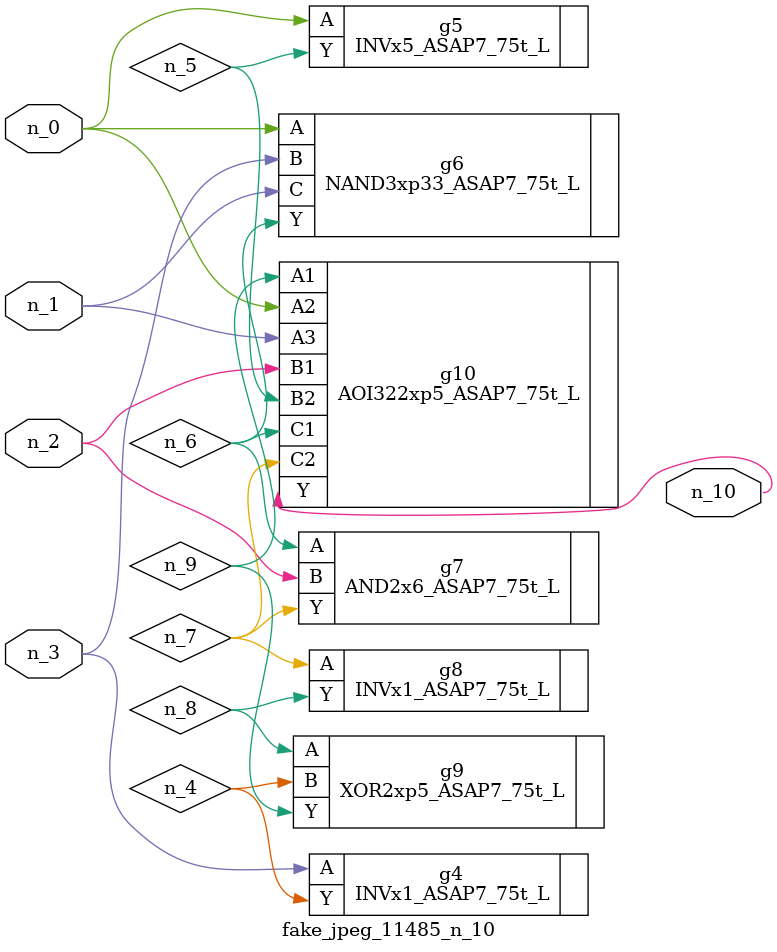
<source format=v>
module fake_jpeg_11485_n_10 (n_0, n_3, n_2, n_1, n_10);

input n_0;
input n_3;
input n_2;
input n_1;

output n_10;

wire n_4;
wire n_8;
wire n_9;
wire n_6;
wire n_5;
wire n_7;

INVx1_ASAP7_75t_L g4 ( 
.A(n_3),
.Y(n_4)
);

INVx5_ASAP7_75t_L g5 ( 
.A(n_0),
.Y(n_5)
);

NAND3xp33_ASAP7_75t_L g6 ( 
.A(n_0),
.B(n_3),
.C(n_1),
.Y(n_6)
);

AND2x6_ASAP7_75t_L g7 ( 
.A(n_6),
.B(n_2),
.Y(n_7)
);

INVx1_ASAP7_75t_L g8 ( 
.A(n_7),
.Y(n_8)
);

XOR2xp5_ASAP7_75t_L g9 ( 
.A(n_8),
.B(n_4),
.Y(n_9)
);

AOI322xp5_ASAP7_75t_L g10 ( 
.A1(n_9),
.A2(n_0),
.A3(n_1),
.B1(n_2),
.B2(n_5),
.C1(n_6),
.C2(n_7),
.Y(n_10)
);


endmodule
</source>
